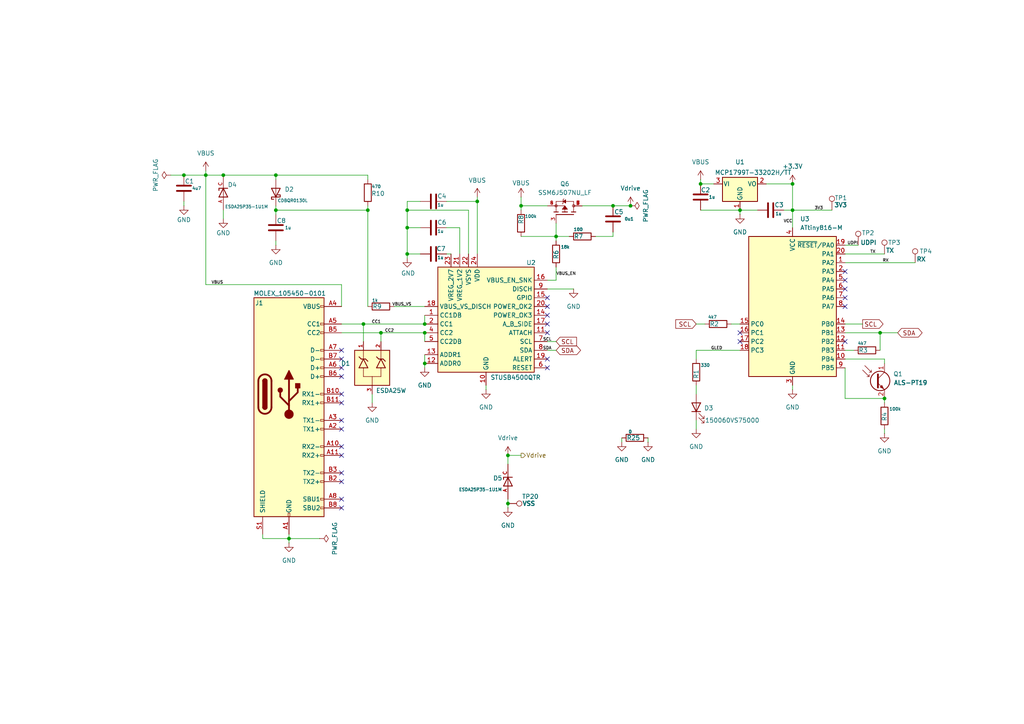
<source format=kicad_sch>
(kicad_sch (version 20231120) (generator "eeschema") (generator_version "8.0")
  (paper "A4")
  (lib_symbols
    (symbol "Connector:TestPoint" (pin_numbers hide) (pin_names (offset 0.762) hide)
      (property "Reference" "TP" (at 0 6.858 0))
      (property "Value" "TestPoint" (at 0 5.08 0))
      (symbol "TestPoint_0_1"
        (circle (center 0 3.302) (radius 0.762))
      )
      (symbol "TestPoint_1_1"
        (pin passive line (at 0 0 90) (length 2.54) (name "1") (number "1"))
      )
    )
    (symbol "Connector:USB_C_Receptacle" (pin_names (offset 1.016))
      (property "Reference" "J" (at -10.16 29.21 0))
      (property "Value" "USB_C_Receptacle" (at 10.16 29.21 0))
      (symbol "USB_C_Receptacle_0_0"
        (rectangle (start -0.254 -35.56) (end 0.254 -34.544))
        (rectangle (start 10.16 -32.766) (end 9.144 -33.274))
        (rectangle (start 10.16 -30.226) (end 9.144 -30.734))
        (rectangle (start 10.16 -25.146) (end 9.144 -25.654))
        (rectangle (start 10.16 -22.606) (end 9.144 -23.114))
        (rectangle (start 10.16 -17.526) (end 9.144 -18.034))
        (rectangle (start 10.16 -14.986) (end 9.144 -15.494))
        (rectangle (start 10.16 -9.906) (end 9.144 -10.414))
        (rectangle (start 10.16 -7.366) (end 9.144 -7.874))
        (rectangle (start 10.16 -2.286) (end 9.144 -2.794))
        (rectangle (start 10.16 0.254) (end 9.144 -0.254))
        (rectangle (start 10.16 5.334) (end 9.144 4.826))
        (rectangle (start 10.16 7.874) (end 9.144 7.366))
        (rectangle (start 10.16 10.414) (end 9.144 9.906))
        (rectangle (start 10.16 12.954) (end 9.144 12.446))
        (rectangle (start 10.16 18.034) (end 9.144 17.526))
        (rectangle (start 10.16 20.574) (end 9.144 20.066))
        (rectangle (start 10.16 25.654) (end 9.144 25.146))
      )
      (symbol "USB_C_Receptacle_0_1"
        (rectangle (start -10.16 27.94) (end 10.16 -35.56) (stroke (width 0.254)) (fill (type background)))
        (arc (start -8.89 -3.81) (mid -6.985 -5.7067) (end -5.08 -3.81) (stroke (width 0.508)))
        (arc (start -7.62 -3.81) (mid -6.985 -4.4423) (end -6.35 -3.81) (stroke (width 0.254)))
        (arc (start -7.62 -3.81) (mid -6.985 -4.4423) (end -6.35 -3.81) (stroke (width 0.254)) (fill (type outline)))
        (rectangle (start -7.62 -3.81) (end -6.35 3.81) (stroke (width 0.254)) (fill (type outline)))
        (arc (start -6.35 3.81) (mid -6.985 4.4423) (end -7.62 3.81) (stroke (width 0.254)))
        (arc (start -6.35 3.81) (mid -6.985 4.4423) (end -7.62 3.81) (stroke (width 0.254)) (fill (type outline)))
        (arc (start -5.08 3.81) (mid -6.985 5.7067) (end -8.89 3.81) (stroke (width 0.508)))
        (polyline (pts (xy -8.89 -3.81) (xy -8.89 3.81)) (stroke (width 0.508)))
        (polyline (pts (xy -5.08 3.81) (xy -5.08 -3.81)) (stroke (width 0.508)))
      )
      (symbol "USB_C_Receptacle_1_1"
        (circle (center -2.54 1.143) (radius 0.635) (stroke (width 0.254)) (fill (type outline)))
        (circle (center 0 -5.842) (radius 1.27) (fill (type outline)))
        (polyline (pts (xy 0 -5.842) (xy 0 4.318)) (stroke (width 0.508)))
        (polyline (pts (xy 0 -3.302) (xy -2.54 -0.762) (xy -2.54 0.508)) (stroke (width 0.508)))
        (polyline (pts (xy 0 -2.032) (xy 2.54 0.508) (xy 2.54 1.778)) (stroke (width 0.508)))
        (polyline (pts (xy -1.27 4.318) (xy 0 6.858) (xy 1.27 4.318) (xy -1.27 4.318)) (stroke (width 0.254)) (fill (type outline)))
        (rectangle (start 1.905 1.778) (end 3.175 3.048) (stroke (width 0.254)) (fill (type outline)))
        (pin passive line (at 0 -40.64 90) (length 5.08) (name "GND") (number "A1"))
        (pin bidirectional line (at 15.24 -15.24 180) (length 5.08) (name "RX2-") (number "A10"))
        (pin bidirectional line (at 15.24 -17.78 180) (length 5.08) (name "RX2+") (number "A11"))
        (pin passive line (at 0 -40.64 90) (length 5.08) hide (name "GND") (number "A12"))
        (pin bidirectional line (at 15.24 -10.16 180) (length 5.08) (name "TX1+") (number "A2"))
        (pin bidirectional line (at 15.24 -7.62 180) (length 5.08) (name "TX1-") (number "A3"))
        (pin passive line (at 15.24 25.4 180) (length 5.08) (name "VBUS") (number "A4"))
        (pin bidirectional line (at 15.24 20.32 180) (length 5.08) (name "CC1") (number "A5"))
        (pin bidirectional line (at 15.24 7.62 180) (length 5.08) (name "D+") (number "A6"))
        (pin bidirectional line (at 15.24 12.7 180) (length 5.08) (name "D-") (number "A7"))
        (pin bidirectional line (at 15.24 -30.48 180) (length 5.08) (name "SBU1") (number "A8"))
        (pin passive line (at 15.24 25.4 180) (length 5.08) hide (name "VBUS") (number "A9"))
        (pin passive line (at 0 -40.64 90) (length 5.08) hide (name "GND") (number "B1"))
        (pin bidirectional line (at 15.24 0 180) (length 5.08) (name "RX1-") (number "B10"))
        (pin bidirectional line (at 15.24 -2.54 180) (length 5.08) (name "RX1+") (number "B11"))
        (pin passive line (at 0 -40.64 90) (length 5.08) hide (name "GND") (number "B12"))
        (pin bidirectional line (at 15.24 -25.4 180) (length 5.08) (name "TX2+") (number "B2"))
        (pin bidirectional line (at 15.24 -22.86 180) (length 5.08) (name "TX2-") (number "B3"))
        (pin passive line (at 15.24 25.4 180) (length 5.08) hide (name "VBUS") (number "B4"))
        (pin bidirectional line (at 15.24 17.78 180) (length 5.08) (name "CC2") (number "B5"))
        (pin bidirectional line (at 15.24 5.08 180) (length 5.08) (name "D+") (number "B6"))
        (pin bidirectional line (at 15.24 10.16 180) (length 5.08) (name "D-") (number "B7"))
        (pin bidirectional line (at 15.24 -33.02 180) (length 5.08) (name "SBU2") (number "B8"))
        (pin passive line (at 15.24 25.4 180) (length 5.08) hide (name "VBUS") (number "B9"))
        (pin passive line (at -7.62 -40.64 90) (length 5.08) (name "SHIELD") (number "S1"))
      )
    )
    (symbol "Device:C" (pin_numbers hide) (pin_names (offset 0.254))
      (property "Reference" "C" (at 0.635 2.54 0))
      (property "Value" "C" (at 0.635 -2.54 0))
      (symbol "C_0_1"
        (polyline (pts (xy -2.032 -0.762) (xy 2.032 -0.762)) (stroke (width 0.508)))
        (polyline (pts (xy -2.032 0.762) (xy 2.032 0.762)) (stroke (width 0.508)))
      )
      (symbol "C_1_1"
        (pin passive line (at 0 3.81 270) (length 2.794) (name "~") (number "1"))
        (pin passive line (at 0 -3.81 90) (length 2.794) (name "~") (number "2"))
      )
    )
    (symbol "Device:D_Schottky" (pin_numbers hide) (pin_names (offset 1.016) hide)
      (property "Reference" "D" (at 0 2.54 0))
      (property "Value" "D_Schottky" (at 0 -2.54 0))
      (symbol "D_Schottky_0_1"
        (polyline (pts (xy 1.27 0) (xy -1.27 0)))
        (polyline (pts (xy 1.27 1.27) (xy 1.27 -1.27) (xy -1.27 0) (xy 1.27 1.27)) (stroke (width 0.254)))
        (polyline (pts (xy -1.905 0.635) (xy -1.905 1.27) (xy -1.27 1.27) (xy -1.27 -1.27) (xy -0.635 -1.27) (xy -0.635 -0.635)) (stroke (width 0.254)))
      )
      (symbol "D_Schottky_1_1"
        (pin passive line (at -3.81 0 0) (length 2.54) (name "K") (number "1"))
        (pin passive line (at 3.81 0 180) (length 2.54) (name "A") (number "2"))
      )
    )
    (symbol "Device:LED" (pin_numbers hide) (pin_names (offset 1.016) hide)
      (property "Reference" "D" (at 0 2.54 0))
      (property "Value" "LED" (at 0 -2.54 0))
      (symbol "LED_0_1"
        (polyline (pts (xy -1.27 -1.27) (xy -1.27 1.27)) (stroke (width 0.254)))
        (polyline (pts (xy -1.27 0) (xy 1.27 0)))
        (polyline (pts (xy 1.27 -1.27) (xy 1.27 1.27) (xy -1.27 0) (xy 1.27 -1.27)) (stroke (width 0.254)))
        (polyline (pts (xy -3.048 -0.762) (xy -4.572 -2.286) (xy -3.81 -2.286) (xy -4.572 -2.286) (xy -4.572 -1.524)))
        (polyline (pts (xy -1.778 -0.762) (xy -3.302 -2.286) (xy -2.54 -2.286) (xy -3.302 -2.286) (xy -3.302 -1.524)))
      )
      (symbol "LED_1_1"
        (pin passive line (at -3.81 0 0) (length 2.54) (name "K") (number "1"))
        (pin passive line (at 3.81 0 180) (length 2.54) (name "A") (number "2"))
      )
    )
    (symbol "Device:Q_Photo_NPN" (pin_names (offset 0) hide)
      (property "Reference" "Q" (at 5.08 1.27 0))
      (property "Value" "Q_Photo_NPN" (at 5.08 -1.27 0))
      (symbol "Q_Photo_NPN_0_1"
        (polyline (pts (xy -1.905 1.27) (xy -2.54 1.27)))
        (polyline (pts (xy -1.27 2.54) (xy -1.905 2.54)))
        (polyline (pts (xy 0.635 0.635) (xy 2.54 2.54)))
        (polyline (pts (xy -3.81 3.175) (xy -1.905 1.27) (xy -1.905 1.905)))
        (polyline (pts (xy -3.175 4.445) (xy -1.27 2.54) (xy -1.27 3.175)))
        (polyline (pts (xy 0.635 -0.635) (xy 2.54 -2.54) (xy 2.54 -2.54)))
        (polyline (pts (xy 0.635 1.905) (xy 0.635 -1.905) (xy 0.635 -1.905)) (stroke (width 0.508)))
        (polyline (pts (xy 1.27 -1.778) (xy 1.778 -1.27) (xy 2.286 -2.286) (xy 1.27 -1.778) (xy 1.27 -1.778)) (fill (type outline)))
        (circle (center 1.27 0) (radius 2.8194) (stroke (width 0.254)))
      )
      (symbol "Q_Photo_NPN_1_1"
        (pin passive line (at 2.54 5.08 270) (length 2.54) (name "C") (number "1"))
        (pin passive line (at 2.54 -5.08 90) (length 2.54) (name "E") (number "2"))
      )
    )
    (symbol "Device:R" (pin_numbers hide) (pin_names (offset 0))
      (property "Reference" "R" (at 2.032 0 90))
      (property "Value" "R" (at 0 0 90))
      (symbol "R_0_1"
        (rectangle (start -1.016 -2.54) (end 1.016 2.54) (stroke (width 0.254)))
      )
      (symbol "R_1_1"
        (pin passive line (at 0 3.81 270) (length 1.27) (name "~") (number "1"))
        (pin passive line (at 0 -3.81 90) (length 1.27) (name "~") (number "2"))
      )
    )
    (symbol "ESDA25P35:ESDA25P35-1U1M" (pin_names (offset 1.016))
      (property "Reference" "D" (at -5.0835 2.4159 0))
      (property "Value" "ESDA25P35-1U1M" (at -5.0854 -4.9611 0))
      (symbol "ESDA25P35-1U1M_0_0"
        (polyline (pts (xy -1.27 -1.27) (xy -1.27 0)) (stroke (width 0.254)))
        (polyline (pts (xy -1.27 0) (xy -1.27 1.27)) (stroke (width 0.254)))
        (polyline (pts (xy -1.27 0) (xy 1.27 -1.27)) (stroke (width 0.254)))
        (polyline (pts (xy -0.635 -1.27) (xy -1.27 -1.27)) (stroke (width 0.254)))
        (polyline (pts (xy 1.27 -1.27) (xy 1.27 1.27)) (stroke (width 0.254)))
        (polyline (pts (xy 1.27 1.27) (xy -1.27 0)) (stroke (width 0.254)))
        (pin passive line (at 5.08 0 180) (length 5.08) (name "~") (number "A"))
        (pin passive line (at -5.08 0 0) (length 5.08) (name "~") (number "C"))
      )
    )
    (symbol "ESDA25W:ESDA25W" (pin_names (offset 1.016))
      (property "Reference" "D" (at -5.08 6.35 0))
      (property "Value" "ESDA25W" (at -5.08 -6.35 0))
      (symbol "ESDA25W_0_0"
        (rectangle (start -5.08 -5.08) (end 5.08 5.08) (stroke (width 0.254)) (fill (type background)))
        (polyline (pts (xy -5.08 -2.54) (xy -2.54 -2.54)) (stroke (width 0.1524)))
        (polyline (pts (xy -5.08 2.54) (xy -2.54 2.54)) (stroke (width 0.1524)))
        (polyline (pts (xy -3.175 -1.27) (xy -2.54 -1.905)) (stroke (width 0.254)))
        (polyline (pts (xy -3.175 3.81) (xy -2.54 3.175)) (stroke (width 0.254)))
        (polyline (pts (xy -2.54 -3.175) (xy -1.905 -3.81)) (stroke (width 0.254)))
        (polyline (pts (xy -2.54 -2.54) (xy -2.54 -3.175)) (stroke (width 0.254)))
        (polyline (pts (xy -2.54 -2.54) (xy 0 -1.27)) (stroke (width 0.254)))
        (polyline (pts (xy -2.54 -1.905) (xy -2.54 -2.54)) (stroke (width 0.254)))
        (polyline (pts (xy -2.54 1.905) (xy -1.905 1.27)) (stroke (width 0.254)))
        (polyline (pts (xy -2.54 2.54) (xy -2.54 1.905)) (stroke (width 0.254)))
        (polyline (pts (xy -2.54 2.54) (xy 0 3.81)) (stroke (width 0.254)))
        (polyline (pts (xy -2.54 3.175) (xy -2.54 2.54)) (stroke (width 0.254)))
        (polyline (pts (xy 0 -3.81) (xy -2.54 -2.54)) (stroke (width 0.254)))
        (polyline (pts (xy 0 -2.54) (xy 0 -3.81)) (stroke (width 0.254)))
        (polyline (pts (xy 0 -1.27) (xy 0 -2.54)) (stroke (width 0.254)))
        (polyline (pts (xy 0 1.27) (xy -2.54 2.54)) (stroke (width 0.254)))
        (polyline (pts (xy 0 2.54) (xy 0 1.27)) (stroke (width 0.254)))
        (polyline (pts (xy 0 3.81) (xy 0 2.54)) (stroke (width 0.254)))
        (polyline (pts (xy 2.54 -2.54) (xy 0 -2.54)) (stroke (width 0.1524)))
        (polyline (pts (xy 2.54 -2.54) (xy 2.54 0)) (stroke (width 0.1524)))
        (polyline (pts (xy 2.54 0) (xy 2.54 2.54)) (stroke (width 0.1524)))
        (polyline (pts (xy 2.54 0) (xy 5.08 0)) (stroke (width 0.1524)))
        (polyline (pts (xy 2.54 2.54) (xy 0 2.54)) (stroke (width 0.1524)))
        (pin passive line (at -7.62 2.54 0) (length 2.54) (name "~") (number "1"))
        (pin passive line (at -7.62 -2.54 0) (length 2.54) (name "~") (number "2"))
        (pin passive line (at 7.62 0 180) (length 2.54) (name "~") (number "3"))
      )
    )
    (symbol "Interface_USB:STUSB4500QTR"
      (property "Reference" "U" (at -12.7 21.59 0))
      (property "Value" "STUSB4500QTR" (at 8.89 -21.59 0))
      (symbol "STUSB4500QTR_0_1"
        (rectangle (start -54.61 -2.54) (end -26.67 -33.02) (stroke (width 0.254)) (fill (type background)))
      )
      (symbol "STUSB4500QTR_1_1"
        (pin bidirectional line (at -58.42 -16.51 0) (length 3.81) (name "CC1DB") (number "1"))
        (pin power_in line (at -40.64 -36.83 90) (length 3.81) (name "GND") (number "10"))
        (pin open_collector line (at -22.86 -21.59 180) (length 3.81) (name "ATTACH") (number "11"))
        (pin input line (at -58.42 -30.48 0) (length 3.81) (name "ADDR0") (number "12"))
        (pin input line (at -58.42 -27.94 0) (length 3.81) (name "ADDR1") (number "13"))
        (pin open_collector line (at -22.86 -16.51 180) (length 3.81) (name "POWER_OK3") (number "14"))
        (pin open_collector line (at -22.86 -11.43 180) (length 3.81) (name "GPIO") (number "15"))
        (pin open_collector line (at -22.86 -6.35 180) (length 3.81) (name "VBUS_EN_SNK") (number "16"))
        (pin open_collector line (at -22.86 -19.05 180) (length 3.81) (name "A_B_SIDE") (number "17"))
        (pin input line (at -58.42 -13.97 0) (length 3.81) (name "VBUS_VS_DISCH") (number "18"))
        (pin open_collector line (at -22.86 -29.21 180) (length 3.81) (name "ALERT") (number "19"))
        (pin bidirectional line (at -58.42 -19.05 0) (length 3.81) (name "CC1") (number "2"))
        (pin open_collector line (at -22.86 -13.97 180) (length 3.81) (name "POWER_OK2") (number "20"))
        (pin power_out line (at -48.26 1.27 270) (length 3.81) (name "VREG_1V2") (number "21"))
        (pin power_in line (at -45.72 1.27 270) (length 3.81) (name "VSYS") (number "22"))
        (pin power_out line (at -50.8 1.27 270) (length 3.81) (name "VREG_2V7") (number "23"))
        (pin power_in line (at -43.18 1.27 270) (length 3.81) (name "VDD") (number "24"))
        (pin passive line (at -40.64 -36.83 90) (length 3.81) hide (name "GND") (number "25"))
        (pin no_connect line (at -53.34 -7.62 0) (length 2.54) hide (name "NC") (number "3"))
        (pin bidirectional line (at -58.42 -21.59 0) (length 3.81) (name "CC2") (number "4"))
        (pin bidirectional line (at -58.42 -24.13 0) (length 3.81) (name "CC2DB") (number "5"))
        (pin input line (at -22.86 -31.75 180) (length 3.81) (name "RESET") (number "6"))
        (pin input line (at -22.86 -24.13 180) (length 3.81) (name "SCL") (number "7"))
        (pin bidirectional line (at -22.86 -26.67 180) (length 3.81) (name "SDA") (number "8"))
        (pin bidirectional line (at -22.86 -8.89 180) (length 3.81) (name "DISCH") (number "9"))
      )
    )
    (symbol "MCU_Microchip_ATtiny:ATtiny816-M"
      (property "Reference" "U" (at -12.7 21.59 0))
      (property "Value" "ATtiny816-M" (at 2.54 -21.59 0))
      (symbol "ATtiny816-M_0_1"
        (rectangle (start -12.7 -20.32) (end 12.7 20.32) (stroke (width 0.254)) (fill (type background)))
      )
      (symbol "ATtiny816-M_1_1"
        (pin bidirectional line (at 15.24 12.7 180) (length 2.54) (name "PA2") (number "1"))
        (pin bidirectional line (at 15.24 -15.24 180) (length 2.54) (name "PB4") (number "10"))
        (pin bidirectional line (at 15.24 -12.7 180) (length 2.54) (name "PB3") (number "11"))
        (pin bidirectional line (at 15.24 -10.16 180) (length 2.54) (name "PB2") (number "12"))
        (pin bidirectional line (at 15.24 -7.62 180) (length 2.54) (name "PB1") (number "13"))
        (pin bidirectional line (at 15.24 -5.08 180) (length 2.54) (name "PB0") (number "14"))
        (pin bidirectional line (at -15.24 -5.08 0) (length 2.54) (name "PC0") (number "15"))
        (pin bidirectional line (at -15.24 -7.62 0) (length 2.54) (name "PC1") (number "16"))
        (pin bidirectional line (at -15.24 -10.16 0) (length 2.54) (name "PC2") (number "17"))
        (pin bidirectional line (at -15.24 -12.7 0) (length 2.54) (name "PC3") (number "18"))
        (pin bidirectional line (at 15.24 17.78 180) (length 2.54) (name "~{RESET}/PA0") (number "19"))
        (pin bidirectional line (at 15.24 10.16 180) (length 2.54) (name "PA3") (number "2"))
        (pin bidirectional line (at 15.24 15.24 180) (length 2.54) (name "PA1") (number "20"))
        (pin passive line (at 0 -22.86 90) (length 2.54) hide (name "GND") (number "21"))
        (pin power_in line (at 0 -22.86 90) (length 2.54) (name "GND") (number "3"))
        (pin power_in line (at 0 22.86 270) (length 2.54) (name "VCC") (number "4"))
        (pin bidirectional line (at 15.24 7.62 180) (length 2.54) (name "PA4") (number "5"))
        (pin bidirectional line (at 15.24 5.08 180) (length 2.54) (name "PA5") (number "6"))
        (pin bidirectional line (at 15.24 2.54 180) (length 2.54) (name "PA6") (number "7"))
        (pin bidirectional line (at 15.24 0 180) (length 2.54) (name "PA7") (number "8"))
        (pin bidirectional line (at 15.24 -17.78 180) (length 2.54) (name "PB5") (number "9"))
      )
    )
    (symbol "Regulator_Linear:MCP1799x-330xxTT" (pin_names (offset 0.254))
      (property "Reference" "U" (at -3.81 3.175 0))
      (property "Value" "MCP1799x-330xxTT" (at 0 3.175 0))
      (symbol "MCP1799x-330xxTT_0_1"
        (rectangle (start -5.08 1.905) (end 5.08 -5.08) (stroke (width 0.254)) (fill (type background)))
      )
      (symbol "MCP1799x-330xxTT_1_1"
        (pin power_in line (at 0 -7.62 90) (length 2.54) (name "GND") (number "1"))
        (pin power_out line (at 7.62 0 180) (length 2.54) (name "VO") (number "2"))
        (pin power_in line (at -7.62 0 0) (length 2.54) (name "VI") (number "3"))
      )
    )
    (symbol "SSM6J07NU_LF:SSM6J507NU_LF" (pin_names (offset 1.016))
      (property "Reference" "Q" (at -8.89 3.81 0))
      (property "Value" "SSM6J507NU_LF" (at -8.89 -6.35 0))
      (symbol "SSM6J507NU_LF_0_0"
        (polyline (pts (xy 0 -2.54) (xy 0 2.54)) (stroke (width 0.254)))
        (polyline (pts (xy 0.762 -3.175) (xy 0.762 -2.54)) (stroke (width 0.254)))
        (polyline (pts (xy 0.762 -2.54) (xy 0.762 -1.905)) (stroke (width 0.254)))
        (polyline (pts (xy 0.762 -2.54) (xy 3.81 -2.54)) (stroke (width 0.1524)))
        (polyline (pts (xy 0.762 -0.762) (xy 0.762 0)) (stroke (width 0.254)))
        (polyline (pts (xy 0.762 0) (xy 0.762 0.762)) (stroke (width 0.254)))
        (polyline (pts (xy 0.762 0) (xy 2.54 0)) (stroke (width 0.1524)))
        (polyline (pts (xy 0.762 1.905) (xy 0.762 2.54)) (stroke (width 0.254)))
        (polyline (pts (xy 0.762 2.54) (xy 0.762 3.175)) (stroke (width 0.254)))
        (polyline (pts (xy 2.54 0) (xy 2.54 2.54)) (stroke (width 0.1524)))
        (polyline (pts (xy 2.54 2.54) (xy 0.762 2.54)) (stroke (width 0.1524)))
        (polyline (pts (xy 2.54 2.54) (xy 3.81 2.54)) (stroke (width 0.1524)))
        (polyline (pts (xy 3.048 0.762) (xy 3.302 0.508)) (stroke (width 0.1524)))
        (polyline (pts (xy 3.302 0.508) (xy 3.81 0.508)) (stroke (width 0.1524)))
        (polyline (pts (xy 3.81 -2.54) (xy 3.81 0.508)) (stroke (width 0.1524)))
        (polyline (pts (xy 3.81 0.508) (xy 3.81 2.54)) (stroke (width 0.1524)))
        (polyline (pts (xy 3.81 0.508) (xy 4.318 0.508)) (stroke (width 0.1524)))
        (polyline (pts (xy 4.318 0.508) (xy 4.572 0.254)) (stroke (width 0.1524)))
        (polyline (pts (xy 2.54 0) (xy 1.524 0.762) (xy 1.524 -0.762) (xy 2.54 0)) (stroke (width 0.1524)) (fill (type outline)))
        (polyline (pts (xy 3.81 0.508) (xy 4.318 -0.254) (xy 3.302 -0.254) (xy 3.81 0.508)) (stroke (width 0.1524)) (fill (type outline)))
        (circle (center 2.54 -2.54) (radius 0.3592))
        (circle (center 2.54 2.54) (radius 0.3592))
        (pin passive line (at 2.54 -5.08 90) (length 2.54) (name "~") (number "1"))
        (pin passive line (at 2.54 -5.08 90) (length 2.54) (name "~") (number "2"))
        (pin passive line (at -2.54 2.54 0) (length 2.54) (name "~") (number "3"))
        (pin passive line (at 2.54 5.08 270) (length 2.54) (name "~") (number "4"))
        (pin passive line (at 2.54 -5.08 90) (length 2.54) (name "~") (number "5"))
        (pin passive line (at 2.54 -5.08 90) (length 2.54) (name "~") (number "6"))
        (pin passive line (at 2.54 -5.08 90) (length 2.54) (name "~") (number "7"))
        (pin passive line (at 2.54 5.08 270) (length 2.54) (name "~") (number "8"))
      )
    )
    (symbol "power:+3.3V" (power) (pin_numbers hide) (pin_names (offset 0) hide)
      (property "Value" "+3.3V" (at 0 3.556 0))
      (symbol "+3.3V_0_1"
        (polyline (pts (xy -0.762 1.27) (xy 0 2.54)))
        (polyline (pts (xy 0 0) (xy 0 2.54)))
        (polyline (pts (xy 0 2.54) (xy 0.762 1.27)))
      )
      (symbol "+3.3V_1_1"
        (pin power_in line (at 0 0 90) (length 0) (name "~") (number "1"))
      )
    )
    (symbol "power:GND" (power) (pin_numbers hide) (pin_names (offset 0) hide)
      (property "Value" "GND" (at 0 -3.81 0))
      (symbol "GND_0_1"
        (polyline (pts (xy 0 0) (xy 0 -1.27) (xy 1.27 -1.27) (xy 0 -2.54) (xy -1.27 -1.27) (xy 0 -1.27)))
      )
      (symbol "GND_1_1"
        (pin power_in line (at 0 0 270) (length 0) (name "~") (number "1"))
      )
    )
    (symbol "power:PWR_FLAG" (power) (pin_numbers hide) (pin_names (offset 0) hide)
      (property "Value" "PWR_FLAG" (at 0 3.81 0))
      (symbol "PWR_FLAG_0_0"
        (pin power_out line (at 0 0 90) (length 0) (name "~") (number "1"))
      )
      (symbol "PWR_FLAG_0_1"
        (polyline (pts (xy 0 0) (xy 0 1.27) (xy -1.016 1.905) (xy 0 2.54) (xy 1.016 1.905) (xy 0 1.27)))
      )
    )
    (symbol "power:VBUS" (power) (pin_numbers hide) (pin_names (offset 0) hide)
      (property "Value" "VBUS" (at 0 3.556 0))
      (symbol "VBUS_0_1"
        (polyline (pts (xy -0.762 1.27) (xy 0 2.54)))
        (polyline (pts (xy 0 0) (xy 0 2.54)))
        (polyline (pts (xy 0 2.54) (xy 0.762 1.27)))
      )
      (symbol "VBUS_1_1"
        (pin power_in line (at 0 0 90) (length 0) (name "~") (number "1"))
      )
    )
    (symbol "power:Vdrive" (power) (pin_numbers hide) (pin_names (offset 0) hide)
      (property "Value" "Vdrive" (at 0 3.556 0))
      (symbol "Vdrive_0_1"
        (polyline (pts (xy -0.762 1.27) (xy 0 2.54)))
        (polyline (pts (xy 0 0) (xy 0 2.54)))
        (polyline (pts (xy 0 2.54) (xy 0.762 1.27)))
      )
      (symbol "Vdrive_1_1"
        (pin power_in line (at 0 0 90) (length 0) (name "~") (number "1"))
      )
    )
  )
  (junction (at 147.32 146.05))
  (junction (at 151.13 59.69))
  (junction (at 118.11 73.66))
  (junction (at 80.01 60.96))
  (junction (at 110.49 96.52))
  (junction (at 53.34 50.8))
  (junction (at 255.27 96.52))
  (junction (at 105.41 93.98))
  (junction (at 118.11 60.96))
  (junction (at 106.68 60.96))
  (junction (at 59.69 50.8))
  (junction (at 214.63 60.96))
  (junction (at 80.01 50.8))
  (junction (at 256.54 115.57))
  (junction (at 182.88 59.69))
  (junction (at 203.2 53.34))
  (junction (at 161.29 68.58))
  (junction (at 123.19 93.98))
  (junction (at 147.32 132.08))
  (junction (at 118.11 66.04))
  (junction (at 229.87 60.96))
  (junction (at 83.82 156.21))
  (junction (at 138.43 58.42))
  (junction (at 123.19 96.52))
  (junction (at 123.19 105.41))
  (junction (at 229.87 53.34))
  (junction (at 177.8 59.69))
  (junction (at 64.77 50.8))
  (no_connect (at 245.11 83.82))
  (no_connect (at 158.75 86.36))
  (no_connect (at 99.06 132.08))
  (no_connect (at 99.06 116.84))
  (no_connect (at 214.63 96.52))
  (no_connect (at 99.06 109.22))
  (no_connect (at 158.75 93.98))
  (no_connect (at 158.75 106.68))
  (no_connect (at 99.06 139.7))
  (no_connect (at 99.06 104.14))
  (no_connect (at 245.11 86.36))
  (no_connect (at 99.06 121.92))
  (no_connect (at 245.11 78.74))
  (no_connect (at 245.11 99.06))
  (no_connect (at 214.63 99.06))
  (no_connect (at 99.06 114.3))
  (no_connect (at 99.06 129.54))
  (no_connect (at 158.75 104.14))
  (no_connect (at 99.06 137.16))
  (no_connect (at 99.06 101.6))
  (no_connect (at 158.75 88.9))
  (no_connect (at 245.11 81.28))
  (no_connect (at 99.06 124.46))
  (no_connect (at 158.75 91.44))
  (no_connect (at 158.75 96.52))
  (no_connect (at 99.06 147.32))
  (no_connect (at 99.06 144.78))
  (no_connect (at 245.11 88.9))
  (no_connect (at 99.06 106.68))
  (wire (pts (xy 106.68 52.07) (xy 106.68 50.8)))
  (wire (pts (xy 123.19 91.44) (xy 123.19 93.98)))
  (wire (pts (xy 161.29 68.58) (xy 165.1 68.58)))
  (wire (pts (xy 203.2 52.07) (xy 203.2 53.34)))
  (wire (pts (xy 49.53 50.8) (xy 53.34 50.8)))
  (wire (pts (xy 151.13 59.69) (xy 151.13 60.96)))
  (wire (pts (xy 201.93 101.6) (xy 201.93 104.14)))
  (wire (pts (xy 99.06 96.52) (xy 110.49 96.52)))
  (wire (pts (xy 161.29 64.77) (xy 161.29 68.58)))
  (wire (pts (xy 168.91 59.69) (xy 177.8 59.69)))
  (wire (pts (xy 245.11 101.6) (xy 247.65 101.6)))
  (wire (pts (xy 245.11 73.66) (xy 256.54 73.66)))
  (wire (pts (xy 105.41 93.98) (xy 123.19 93.98)))
  (wire (pts (xy 158.75 99.06) (xy 161.29 99.06)))
  (wire (pts (xy 158.75 101.6) (xy 161.29 101.6)))
  (wire (pts (xy 123.19 96.52) (xy 123.19 99.06)))
  (wire (pts (xy 214.63 101.6) (xy 201.93 101.6)))
  (wire (pts (xy 118.11 58.42) (xy 118.11 60.96)))
  (wire (pts (xy 161.29 77.47) (xy 161.29 81.28)))
  (wire (pts (xy 212.09 93.98) (xy 214.63 93.98)))
  (wire (pts (xy 118.11 73.66) (xy 121.92 73.66)))
  (wire (pts (xy 110.49 96.52) (xy 123.19 96.52)))
  (wire (pts (xy 114.3 88.9) (xy 123.19 88.9)))
  (wire (pts (xy 161.29 81.28) (xy 158.75 81.28)))
  (wire (pts (xy 133.35 73.66) (xy 133.35 66.04)))
  (wire (pts (xy 118.11 60.96) (xy 118.11 66.04)))
  (wire (pts (xy 245.11 104.14) (xy 256.54 104.14)))
  (wire (pts (xy 80.01 50.8) (xy 106.68 50.8)))
  (wire (pts (xy 172.72 68.58) (xy 177.8 68.58)))
  (wire (pts (xy 105.41 93.98) (xy 105.41 99.06)))
  (wire (pts (xy 118.11 58.42) (xy 121.92 58.42)))
  (wire (pts (xy 76.2 154.94) (xy 76.2 156.21)))
  (wire (pts (xy 147.32 132.08) (xy 151.13 132.08)))
  (wire (pts (xy 256.54 104.14) (xy 256.54 105.41)))
  (wire (pts (xy 229.87 113.03) (xy 229.87 111.76)))
  (wire (pts (xy 201.93 124.46) (xy 201.93 121.92)))
  (wire (pts (xy 245.11 96.52) (xy 255.27 96.52)))
  (wire (pts (xy 177.8 68.58) (xy 177.8 67.31)))
  (wire (pts (xy 229.87 66.04) (xy 229.87 60.96)))
  (wire (pts (xy 83.82 156.21) (xy 83.82 157.48)))
  (wire (pts (xy 147.32 146.05) (xy 147.32 147.32)))
  (wire (pts (xy 161.29 68.58) (xy 161.29 69.85)))
  (wire (pts (xy 245.11 76.2) (xy 265.43 76.2)))
  (wire (pts (xy 227.33 60.96) (xy 229.87 60.96)))
  (wire (pts (xy 187.96 127) (xy 187.96 128.27)))
  (wire (pts (xy 80.01 50.8) (xy 64.77 50.8)))
  (wire (pts (xy 80.01 62.23) (xy 80.01 60.96)))
  (wire (pts (xy 92.71 156.21) (xy 83.82 156.21)))
  (wire (pts (xy 147.32 132.08) (xy 147.32 134.62)))
  (wire (pts (xy 59.69 50.8) (xy 64.77 50.8)))
  (wire (pts (xy 201.93 93.98) (xy 204.47 93.98)))
  (wire (pts (xy 245.11 93.98) (xy 250.19 93.98)))
  (wire (pts (xy 53.34 50.8) (xy 59.69 50.8)))
  (wire (pts (xy 158.75 83.82) (xy 166.37 83.82)))
  (wire (pts (xy 133.35 66.04) (xy 129.54 66.04)))
  (wire (pts (xy 83.82 154.94) (xy 83.82 156.21)))
  (wire (pts (xy 177.8 59.69) (xy 182.88 59.69)))
  (wire (pts (xy 80.01 59.69) (xy 80.01 60.96)))
  (wire (pts (xy 135.89 73.66) (xy 135.89 60.96)))
  (wire (pts (xy 203.2 60.96) (xy 214.63 60.96)))
  (wire (pts (xy 147.32 144.78) (xy 147.32 146.05)))
  (wire (pts (xy 222.25 53.34) (xy 229.87 53.34)))
  (wire (pts (xy 99.06 88.9) (xy 99.06 82.55)))
  (wire (pts (xy 118.11 74.93) (xy 118.11 73.66)))
  (wire (pts (xy 64.77 63.5) (xy 64.77 60.96)))
  (wire (pts (xy 214.63 60.96) (xy 219.71 60.96)))
  (wire (pts (xy 118.11 66.04) (xy 118.11 73.66)))
  (wire (pts (xy 59.69 82.55) (xy 59.69 50.8)))
  (wire (pts (xy 245.11 115.57) (xy 256.54 115.57)))
  (wire (pts (xy 203.2 53.34) (xy 207.01 53.34)))
  (wire (pts (xy 214.63 62.23) (xy 214.63 60.96)))
  (wire (pts (xy 151.13 57.15) (xy 151.13 59.69)))
  (wire (pts (xy 123.19 102.87) (xy 123.19 105.41)))
  (wire (pts (xy 138.43 58.42) (xy 138.43 73.66)))
  (wire (pts (xy 105.41 93.98) (xy 99.06 93.98)))
  (wire (pts (xy 118.11 66.04) (xy 121.92 66.04)))
  (wire (pts (xy 151.13 68.58) (xy 161.29 68.58)))
  (wire (pts (xy 201.93 111.76) (xy 201.93 114.3)))
  (wire (pts (xy 255.27 96.52) (xy 255.27 101.6)))
  (wire (pts (xy 80.01 71.12) (xy 80.01 69.85)))
  (wire (pts (xy 255.27 96.52) (xy 260.35 96.52)))
  (wire (pts (xy 138.43 57.15) (xy 138.43 58.42)))
  (wire (pts (xy 106.68 60.96) (xy 106.68 88.9)))
  (wire (pts (xy 245.11 106.68) (xy 245.11 115.57)))
  (wire (pts (xy 110.49 96.52) (xy 110.49 99.06)))
  (wire (pts (xy 140.97 111.76) (xy 140.97 113.03)))
  (wire (pts (xy 106.68 60.96) (xy 80.01 60.96)))
  (wire (pts (xy 76.2 156.21) (xy 83.82 156.21)))
  (wire (pts (xy 80.01 52.07) (xy 80.01 50.8)))
  (wire (pts (xy 245.11 71.12) (xy 248.92 71.12)))
  (wire (pts (xy 158.75 59.69) (xy 151.13 59.69)))
  (wire (pts (xy 123.19 105.41) (xy 123.19 106.68)))
  (wire (pts (xy 229.87 60.96) (xy 241.3 60.96)))
  (wire (pts (xy 99.06 82.55) (xy 59.69 82.55)))
  (wire (pts (xy 256.54 116.84) (xy 256.54 115.57)))
  (wire (pts (xy 129.54 58.42) (xy 138.43 58.42)))
  (wire (pts (xy 118.11 60.96) (xy 135.89 60.96)))
  (wire (pts (xy 59.69 50.8) (xy 59.69 49.53)))
  (wire (pts (xy 180.34 127) (xy 180.34 128.27)))
  (wire (pts (xy 106.68 59.69) (xy 106.68 60.96)))
  (wire (pts (xy 107.95 116.84) (xy 107.95 114.3)))
  (wire (pts (xy 229.87 53.34) (xy 229.87 60.96)))
  (wire (pts (xy 256.54 125.73) (xy 256.54 124.46)))
  (wire (pts (xy 129.54 73.66) (xy 130.81 73.66)))
  (wire (pts (xy 53.34 59.69) (xy 53.34 58.42)))
  (label "GLED" (at 209.55 101.6 180) (effects (font (size 0.85 0.85))))
  (label "TX" (at 254 73.66 180) (effects (font (size 0.85 0.85))))
  (label "CC1" (at 110.49 93.98 180) (effects (font (size 0.85 0.85))))
  (label "SDA" (at 160.02 101.6 180) (effects (font (size 0.85 0.85))))
  (label "CC2" (at 114.3 96.52 180) (effects (font (size 0.85 0.85))))
  (label "3V3" (at 238.76 60.96 180) (effects (font (size 0.85 0.85))))
  (label "RX" (at 257.81 76.2 180) (effects (font (size 0.85 0.85))))
  (label "VCC" (at 229.87 64.77 180) (effects (font (size 0.85 0.85))))
  (label "VBUS_EN" (at 161.29 80.01 0) (effects (font (size 0.85 0.85))))
  (label "UDPI" (at 248.92 71.12 180) (effects (font (size 0.85 0.85))))
  (label "SCL" (at 160.02 99.06 180) (effects (font (size 0.85 0.85))))
  (label "VBUS" (at 64.77 82.55 180) (effects (font (size 0.85 0.85))))
  (label "VBUS_VS" (at 119.38 88.9 180) (effects (font (size 0.85 0.85))))
  (global_label "SDA" (shape bidirectional) (at 260.35 96.52 0) (property "Intersheetrefs" "${INTERSHEET_REFS}" (effects (hide yes))))
  (global_label "SCL" (shape input) (at 161.29 99.06 0) (property "Intersheetrefs" "${INTERSHEET_REFS}" (effects (hide yes))))
  (global_label "SCL" (shape input) (at 201.93 93.98 180) (property "Intersheetrefs" "${INTERSHEET_REFS}" (effects (hide yes))))
  (global_label "SDA" (shape bidirectional) (at 161.29 101.6 0) (property "Intersheetrefs" "${INTERSHEET_REFS}" (effects (hide yes))))
  (global_label "SCL" (shape output) (at 250.19 93.98 0) (property "Intersheetrefs" "${INTERSHEET_REFS}" (effects (hide yes))))
  (hierarchical_label "Vdrive" (shape output) (at 151.13 132.08 0))
  (symbol (lib_id "Device:C") (at 177.8 63.5 180) (unit 1)
    (property "Reference" "C5" (at 180.848 61.468 0) (effects (justify left)))
    (property "Value" "0u1" (at 183.896 63.5 0) (effects (font (size 0.889 0.889) (bold yes)) (justify left)))
    (property "Footprint" "Capacitor_SMD:C_0402_1005Metric" (effects (hide yes)))
    (property "Description" "Unpolarized capacitor" (effects (hide yes)))
  )
  (symbol (lib_id "Device:R") (at 201.93 107.95 180) (unit 1)
    (property "Reference" "R1" (at 201.93 107.188 90) (effects (justify left)))
    (property "Value" "330" (at 205.994 105.918 0) (effects (font (size 0.889 0.889) (bold yes)) (justify left)))
    (property "Footprint" "Resistor_SMD:R_0603_1608Metric" (effects (hide yes)))
    (property "Description" "Resistor" (effects (hide yes)))
  )
  (symbol (lib_id "ESDA25P35:ESDA25P35-1U1M") (at 147.32 139.7 270) (unit 1)
    (property "Reference" "D5" (at 143.002 138.684 90) (effects (justify left)))
    (property "Value" "ESDA25P35-1U1M" (at 133.096 141.986 90) (effects (font (size 0.889 0.889)) (justify left)))
    (property "Footprint" "ESDAP25:TVS_ESDA25P35-1U1M" (effects (hide yes)))
    (property "MF" "STMicroelectronics" (effects (hide yes)))
    (property "MAXIMUM_PACKAGE_HEIGHT" "0.6 mm" (effects (hide yes)))
    (property "Package" "UDFN-2 STMicroelectronics" (effects (hide yes)))
    (property "Price" "None" (effects (hide yes)))
    (property "Check_prices" "https://www.snapeda.com/parts/ESDA25P35-1U1M/STMicroelectronics/view-part/?ref=eda" (effects (hide yes)))
    (property "STANDARD" "Manufacturer Recommendations" (effects (hide yes)))
    (property "PARTREV" "2" (effects (hide yes)))
    (property "SnapEDA_Link" "https://www.snapeda.com/parts/ESDA25P35-1U1M/STMicroelectronics/view-part/?ref=snap" (effects (hide yes)))
    (property "MP" "ESDA25P35-1U1M" (effects (hide yes)))
    (property "Purchase-URL" "https://www.snapeda.com/api/url_track_click_mouser/?unipart_id=829806&manufacturer=STMicroelectronics&part_name=ESDA25P35-1U1M&search_term=None" (effects (hide yes)))
    (property "Description_1" "\n41V Clamp 35A (8/20µs) Ipp Tvs Diode Surface Mount 1610\n" (effects (hide yes)))
    (property "Availability" "In Stock" (effects (hide yes)))
    (property "MANUFACTURER" "STMicroelectronics" (effects (hide yes)))
  )
  (symbol (lib_id "Device:R") (at 161.29 73.66 0) (unit 1)
    (property "Reference" "R6" (at 161.29 75.184 90) (effects (justify left)))
    (property "Value" "18k" (at 162.56 71.628 0) (effects (font (size 0.889 0.889) (bold yes)) (justify left)))
    (property "Footprint" "Resistor_SMD:R_0402_1005Metric" (effects (hide yes)))
    (property "Description" "Resistor" (effects (hide yes)))
  )
  (symbol (lib_id "ESDA25W:ESDA25W") (at 107.95 106.68 90) (mirror x) (unit 1)
    (property "Reference" "D1" (at 101.6 105.4099 90) (effects (justify left)))
    (property "Value" "ESDA25W" (at 117.856 113.284 90) (effects (justify left)))
    (property "Footprint" "ESDA25W:SOT65P210X110-3N" (effects (hide yes)))
    (property "Description" "\n- Clamp - Ipp Tvs Diode Surface Mount SOT-323-5\n" (effects (hide yes)))
    (property "MF" "STMicroelectronics" (effects (hide yes)))
    (property "MAXIMUM_PACKAGE_HEIGHT" "1.1 mm" (effects (hide yes)))
    (property "Package" "SOT-323 STMicroelectronics" (effects (hide yes)))
    (property "Price" "None" (effects (hide yes)))
    (property "Check_prices" "https://www.snapeda.com/parts/ESDA25W/STMicroelectronics/view-part/?ref=eda" (effects (hide yes)))
    (property "STANDARD" "IPC 7351B" (effects (hide yes)))
    (property "PARTREV" "2" (effects (hide yes)))
    (property "SnapEDA_Link" "https://www.snapeda.com/parts/ESDA25W/STMicroelectronics/view-part/?ref=snap" (effects (hide yes)))
    (property "MP" "ESDA25W" (effects (hide yes)))
    (property "Purchase-URL" "https://www.snapeda.com/api/url_track_click_mouser/?unipart_id=274587&manufacturer=STMicroelectronics&part_name=ESDA25W&search_term=None" (effects (hide yes)))
    (property "Availability" "In Stock" (effects (hide yes)))
    (property "MANUFACTURER" "STMicroelectronics" (effects (hide yes)))
  )
  (symbol (lib_id "power:GND") (at 80.01 71.12 0) (unit 1)
    (property "Reference" "#PWR018" (effects (hide yes)))
    (property "Value" "GND" (at 80.01 76.2 0))
    (property "Description" "Power symbol creates a global label with name \"GND\" , ground" (effects (hide yes)))
  )
  (symbol (lib_id "power:GND") (at 64.77 63.5 0) (unit 1)
    (property "Reference" "#PWR017" (effects (hide yes)))
    (property "Value" "GND" (at 64.77 67.564 0))
    (property "Description" "Power symbol creates a global label with name \"GND\" , ground" (effects (hide yes)))
  )
  (symbol (lib_id "power:Vdrive") (at 182.88 59.69 0) (unit 1)
    (property "Reference" "#PWR010" (effects (hide yes)))
    (property "Value" "Vdrive" (at 182.88 54.61 0))
    (property "Description" "Power symbol creates a global label with name \"Vdrive\"" (effects (hide yes)))
  )
  (symbol (lib_id "Device:LED") (at 201.93 118.11 90) (unit 1)
    (property "Reference" "D3" (at 204.216 118.364 90) (effects (justify right)))
    (property "Value" "150060VS75000" (at 204.47 121.92 90) (effects (justify right)))
    (property "Footprint" "LED_SMD:LED_0603_1608Metric" (effects (hide yes)))
    (property "Description" "Light emitting diode" (effects (hide yes)))
  )
  (symbol (lib_id "power:PWR_FLAG") (at 182.88 59.69 270) (unit 1)
    (property "Reference" "#FLG03" (effects (hide yes)))
    (property "Value" "PWR_FLAG" (at 187.2742 59.69 0))
  )
  (symbol (lib_id "power:GND") (at 147.32 147.32 0) (unit 1)
    (property "Reference" "#PWR021" (effects (hide yes)))
    (property "Value" "GND" (at 147.32 152.4 0))
    (property "Description" "Power symbol creates a global label with name \"GND\" , ground" (effects (hide yes)))
  )
  (symbol (lib_id "Connector:TestPoint") (at 147.32 146.05 270) (unit 1)
    (property "Reference" "TP20" (at 151.384 144.018 90) (effects (justify left)))
    (property "Value" "VSS" (at 151.384 146.05 90) (effects (font (bold yes)) (justify left)))
    (property "Footprint" "Connector_PinHeader_1.00mm:PinHeader_1x01_P1.00mm_Vertical" (effects (hide yes)))
    (property "Description" "test point" (effects (hide yes)))
  )
  (symbol (lib_id "Device:R") (at 256.54 120.65 0) (unit 1)
    (property "Reference" "R4" (at 256.54 122.174 90) (effects (justify left)))
    (property "Value" "100k" (at 257.81 118.618 0) (effects (font (size 0.889 0.889) (bold yes)) (justify left)))
    (property "Footprint" "Resistor_SMD:R_0402_1005Metric" (effects (hide yes)))
    (property "Description" "Resistor" (effects (hide yes)))
  )
  (symbol (lib_id "power:GND") (at 256.54 125.73 0) (unit 1)
    (property "Reference" "#PWR08" (effects (hide yes)))
    (property "Value" "GND" (at 256.54 130.81 0))
    (property "Description" "Power symbol creates a global label with name \"GND\" , ground" (effects (hide yes)))
  )
  (symbol (lib_id "power:GND") (at 180.34 128.27 0) (unit 1)
    (property "Reference" "#PWR030" (effects (hide yes)))
    (property "Value" "GND" (at 180.34 133.35 0))
    (property "Description" "Power symbol creates a global label with name \"GND\" , ground" (effects (hide yes)))
  )
  (symbol (lib_id "Device:R") (at 106.68 55.88 0) (unit 1)
    (property "Reference" "R10" (at 107.696 56.134 0) (effects (justify left)))
    (property "Value" "470" (at 107.696 54.102 0) (effects (font (size 0.889 0.889) (bold yes)) (justify left)))
    (property "Footprint" "Resistor_SMD:R_0402_1005Metric" (effects (hide yes)))
    (property "Description" "Resistor" (effects (hide yes)))
  )
  (symbol (lib_id "Interface_USB:STUSB4500QTR") (at 181.61 74.93 0) (unit 1)
    (property "Reference" "U2" (at 152.654 76.2 0) (effects (justify left)))
    (property "Value" "STUSB4500QTR" (at 142.24 109.474 0) (effects (justify left)))
    (property "Footprint" "Package_DFN_QFN:QFN-24-1EP_4x4mm_P0.5mm_EP2.7x2.7mm" (effects (hide yes)))
    (property "Datasheet" "https://www.st.com/resource/en/datasheet/stusb4500.pdf" (effects (hide yes)))
    (property "Description" "Stand-alone USB PD controller (with sink Auto-run mode), QFN-24" (effects (hide yes)))
  )
  (symbol (lib_id "power:GND") (at 214.63 62.23 0) (unit 1)
    (property "Reference" "#PWR05" (effects (hide yes)))
    (property "Value" "GND" (at 214.63 67.31 0))
    (property "Description" "Power symbol creates a global label with name \"GND\" , ground" (effects (hide yes)))
  )
  (symbol (lib_id "power:VBUS") (at 59.69 49.53 0) (unit 1)
    (property "Reference" "#PWR02" (effects (hide yes)))
    (property "Value" "VBUS" (at 59.69 44.45 0))
    (property "Description" "Power symbol creates a global label with name \"VBUS\"" (effects (hide yes)))
  )
  (symbol (lib_id "Connector:USB_C_Receptacle") (at 83.82 114.3 0) (unit 1)
    (property "Reference" "J1" (at 75.184 87.884 0))
    (property "Value" "MOLEX_105450-0101" (at 84.074 85.09 0))
    (property "Footprint" "Connector_USB:USB_C_Receptacle_Molex_105450-0101" (effects (hide yes)))
    (property "Datasheet" "https://www.usb.org/sites/default/files/documents/usb_type-c.zip" (effects (hide yes)))
  )
  (symbol (lib_id "power:Vdrive") (at 147.32 132.08 0) (unit 1)
    (property "Reference" "#PWR020" (effects (hide yes)))
    (property "Value" "Vdrive" (at 147.32 127 0))
    (property "Description" "Power symbol creates a global label with name \"Vdrive\"" (effects (hide yes)))
  )
  (symbol (lib_id "power:VBUS") (at 203.2 52.07 0) (unit 1)
    (property "Reference" "#PWR04" (effects (hide yes)))
    (property "Value" "VBUS" (at 203.2 46.99 0))
    (property "Description" "Power symbol creates a global label with name \"VBUS\"" (effects (hide yes)))
  )
  (symbol (lib_id "power:GND") (at 123.19 106.68 0) (unit 1)
    (property "Reference" "#PWR013" (effects (hide yes)))
    (property "Value" "GND" (at 123.19 111.76 0))
    (property "Description" "Power symbol creates a global label with name \"GND\" , ground" (effects (hide yes)))
  )
  (symbol (lib_id "Device:C") (at 125.73 58.42 90) (unit 1)
    (property "Reference" "C4" (at 129.54 56.896 90) (effects (justify left)))
    (property "Value" "1u" (at 128.778 59.436 90) (effects (font (size 0.889 0.889) (bold yes)) (justify left)))
    (property "Footprint" "Capacitor_SMD:C_0402_1005Metric" (effects (hide yes)))
    (property "Description" "Unpolarized capacitor" (effects (hide yes)))
  )
  (symbol (lib_id "MCU_Microchip_ATtiny:ATtiny816-M") (at 229.87 88.9 0) (unit 1)
    (property "Reference" "U3" (at 232.0641 63.5 0) (effects (justify left)))
    (property "Value" "ATtiny816-M" (at 232.0641 66.04 0) (effects (justify left)))
    (property "Footprint" "Package_DFN_QFN:VQFN-20-1EP_3x3mm_P0.4mm_EP1.7x1.7mm" (effects (hide yes)))
    (property "Datasheet" "http://ww1.microchip.com/downloads/en/DeviceDoc/40001913A.pdf" (effects (hide yes)))
  )
  (symbol (lib_id "Device:Q_Photo_NPN") (at 254 110.49 0) (unit 1)
    (property "Reference" "Q1" (at 259.08 108.4706 0) (effects (justify left)))
    (property "Value" "ALS-PT19" (at 259.08 111.0107 0) (effects (font (bold yes)) (justify left)))
    (property "Footprint" "LED_SMD:LED_0603_1608Metric" (effects (hide yes)))
    (property "Description" "NPN phototransistor, collector/emitter" (effects (hide yes)))
  )
  (symbol (lib_id "Connector:TestPoint") (at 265.43 76.2 0) (unit 1) (in_bom no)
    (property "Reference" "TP4" (at 266.7 72.898 0) (effects (justify left)))
    (property "Value" "RX" (at 265.684 75.184 0) (effects (font (bold yes)) (justify left)))
    (property "Footprint" "Tested:test" (effects (hide yes)))
    (property "Description" "test point" (effects (hide yes)))
  )
  (symbol (lib_id "power:GND") (at 166.37 83.82 0) (unit 1)
    (property "Reference" "#PWR012" (effects (hide yes)))
    (property "Value" "GND" (at 166.37 88.9 0))
    (property "Description" "Power symbol creates a global label with name \"GND\" , ground" (effects (hide yes)))
  )
  (symbol (lib_id "Device:R") (at 168.91 68.58 90) (unit 1)
    (property "Reference" "R7" (at 169.164 68.58 90) (effects (justify left)))
    (property "Value" "100" (at 169.164 66.548 90) (effects (font (size 0.889 0.889) (bold yes)) (justify left)))
    (property "Footprint" "Resistor_SMD:R_0402_1005Metric" (effects (hide yes)))
    (property "Description" "Resistor" (effects (hide yes)))
  )
  (symbol (lib_id "Device:R") (at 110.49 88.9 90) (unit 1)
    (property "Reference" "R9" (at 110.744 88.9 90) (effects (justify left)))
    (property "Value" "1k" (at 109.728 87.122 90) (effects (font (size 0.889 0.889) (bold yes)) (justify left)))
    (property "Footprint" "Resistor_SMD:R_0402_1005Metric" (effects (hide yes)))
    (property "Description" "Resistor" (effects (hide yes)))
  )
  (symbol (lib_id "Regulator_Linear:MCP1799x-330xxTT") (at 214.63 53.34 0) (unit 1)
    (property "Reference" "U1" (at 214.63 46.99 0))
    (property "Value" "MCP1799T-33202H/TT" (at 218.44 50.038 0))
    (property "Footprint" "Package_TO_SOT_SMD:SOT-23" (effects (hide yes)))
    (property "Datasheet" "https://ww1.microchip.com/downloads/en/DeviceDoc/MCP1799-Data-Sheet-20006248A.pdf" (effects (hide yes)))
  )
  (symbol (lib_id "power:VBUS") (at 138.43 57.15 0) (unit 1)
    (property "Reference" "#PWR014" (effects (hide yes)))
    (property "Value" "VBUS" (at 138.43 52.324 0))
    (property "Description" "Power symbol creates a global label with name \"VBUS\"" (effects (hide yes)))
  )
  (symbol (lib_id "power:GND") (at 201.93 124.46 0) (unit 1)
    (property "Reference" "#PWR03" (effects (hide yes)))
    (property "Value" "GND" (at 201.93 129.54 0))
    (property "Description" "Power symbol creates a global label with name \"GND\" , ground" (effects (hide yes)))
  )
  (symbol (lib_id "Connector:TestPoint") (at 248.92 71.12 0) (unit 1) (in_bom no)
    (property "Reference" "TP2" (at 249.936 67.564 0) (effects (justify left)))
    (property "Value" "UDPI" (at 249.428 70.358 0) (effects (font (bold yes)) (justify left)))
    (property "Footprint" "Tested:test" (effects (hide yes)))
    (property "Description" "test point" (effects (hide yes)))
  )
  (symbol (lib_id "power:GND") (at 53.34 59.69 0) (unit 1)
    (property "Reference" "#PWR019" (effects (hide yes)))
    (property "Value" "GND" (at 53.34 63.754 0))
    (property "Description" "Power symbol creates a global label with name \"GND\" , ground" (effects (hide yes)))
  )
  (symbol (lib_id "power:PWR_FLAG") (at 49.53 50.8 90) (unit 1)
    (property "Reference" "#FLG01" (effects (hide yes)))
    (property "Value" "PWR_FLAG" (at 45.1358 50.8 0))
  )
  (symbol (lib_id "Connector:TestPoint") (at 256.54 73.66 0) (unit 1) (in_bom no)
    (property "Reference" "TP3" (at 257.556 70.358 0) (effects (justify left)))
    (property "Value" "TX" (at 256.794 72.644 0) (effects (font (bold yes)) (justify left)))
    (property "Footprint" "Tested:test" (effects (hide yes)))
    (property "Description" "test point" (effects (hide yes)))
  )
  (symbol (lib_id "Device:C") (at 53.34 54.61 0) (unit 1)
    (property "Reference" "C1" (at 53.594 52.578 0) (effects (justify left)))
    (property "Value" "4u7" (at 55.626 54.61 0) (effects (font (size 0.889 0.889) (bold yes)) (justify left)))
    (property "Footprint" "Capacitor_SMD:C_0603_1608Metric" (effects (hide yes)))
    (property "Description" "Unpolarized capacitor" (effects (hide yes)))
  )
  (symbol (lib_id "Connector:TestPoint") (at 241.3 60.96 0) (unit 1) (in_bom no)
    (property "Reference" "TP1" (at 242.062 57.404 0) (effects (justify left)))
    (property "Value" "3V3" (at 241.808 59.436 0) (effects (font (bold yes)) (justify left)))
    (property "Footprint" "Tested:test" (effects (hide yes)))
    (property "Description" "test point" (effects (hide yes)))
  )
  (symbol (lib_id "power:VBUS") (at 151.13 57.15 0) (unit 1)
    (property "Reference" "#PWR09" (effects (hide yes)))
    (property "Value" "VBUS" (at 151.13 53.086 0))
    (property "Description" "Power symbol creates a global label with name \"VBUS\"" (effects (hide yes)))
  )
  (symbol (lib_id "Device:C") (at 125.73 66.04 90) (unit 1)
    (property "Reference" "C6" (at 129.54 64.516 90) (effects (justify left)))
    (property "Value" "1u" (at 128.778 67.056 90) (effects (font (size 0.889 0.889) (bold yes)) (justify left)))
    (property "Footprint" "Capacitor_SMD:C_0402_1005Metric" (effects (hide yes)))
    (property "Description" "Unpolarized capacitor" (effects (hide yes)))
  )
  (symbol (lib_id "power:GND") (at 107.95 116.84 0) (unit 1)
    (property "Reference" "#PWR016" (effects (hide yes)))
    (property "Value" "GND" (at 107.95 121.92 0))
    (property "Description" "Power symbol creates a global label with name \"GND\" , ground" (effects (hide yes)))
  )
  (symbol (lib_id "Device:R") (at 184.15 127 90) (unit 1)
    (property "Reference" "R25" (at 185.674 127 90) (effects (justify left)))
    (property "Value" "0" (at 183.388 125.222 90) (effects (font (size 0.889 0.889) (bold yes)) (justify left)))
    (property "Footprint" "Resistor_SMD:R_0201_0603Metric" (effects (hide yes)))
    (property "Description" "Resistor" (effects (hide yes)))
  )
  (symbol (lib_id "power:GND") (at 118.11 74.93 0) (unit 1)
    (property "Reference" "#PWR015" (effects (hide yes)))
    (property "Value" "GND" (at 118.364 79.248 0))
    (property "Description" "Power symbol creates a global label with name \"GND\" , ground" (effects (hide yes)))
  )
  (symbol (lib_id "Device:R") (at 151.13 64.77 0) (unit 1)
    (property "Reference" "R8" (at 151.13 65.024 90) (effects (justify left)))
    (property "Value" "100k" (at 152.146 62.738 0) (effects (font (size 0.889 0.889) (bold yes)) (justify left)))
    (property "Footprint" "Resistor_SMD:R_0402_1005Metric" (effects (hide yes)))
    (property "Description" "Resistor" (effects (hide yes)))
  )
  (symbol (lib_id "power:GND") (at 229.87 113.03 0) (unit 1)
    (property "Reference" "#PWR07" (effects (hide yes)))
    (property "Value" "GND" (at 229.87 118.11 0))
    (property "Description" "Power symbol creates a global label with name \"GND\" , ground" (effects (hide yes)))
  )
  (symbol (lib_id "Device:C") (at 80.01 66.04 0) (unit 1)
    (property "Reference" "C8" (at 80.264 64.008 0) (effects (justify left)))
    (property "Value" "1u" (at 82.55 66.04 0) (effects (font (size 0.889 0.889) (bold yes)) (justify left)))
    (property "Footprint" "Capacitor_SMD:C_0402_1005Metric" (effects (hide yes)))
    (property "Description" "Unpolarized capacitor" (effects (hide yes)))
  )
  (symbol (lib_id "power:GND") (at 140.97 113.03 0) (unit 1)
    (property "Reference" "#PWR011" (effects (hide yes)))
    (property "Value" "GND" (at 140.97 118.11 0))
    (property "Description" "Power symbol creates a global label with name \"GND\" , ground" (effects (hide yes)))
  )
  (symbol (lib_id "Device:R") (at 251.46 101.6 90) (unit 1)
    (property "Reference" "R3" (at 251.714 101.6 90) (effects (justify left)))
    (property "Value" "4k7" (at 251.46 99.568 90) (effects (font (size 0.889 0.889) (bold yes)) (justify left)))
    (property "Footprint" "Resistor_SMD:R_0402_1005Metric" (effects (hide yes)))
    (property "Description" "Resistor" (effects (hide yes)))
  )
  (symbol (lib_id "power:PWR_FLAG") (at 92.71 156.21 270) (unit 1) (in_bom no)
    (property "Reference" "#FLG02" (effects (hide yes)))
    (property "Value" "PWR_FLAG" (at 97.1042 156.21 0))
  )
  (symbol (lib_id "power:GND") (at 83.82 157.48 0) (unit 1)
    (property "Reference" "#PWR01" (effects (hide yes)))
    (property "Value" "GND" (at 83.82 162.56 0))
    (property "Description" "Power symbol creates a global label with name \"GND\" , ground" (effects (hide yes)))
  )
  (symbol (lib_id "power:GND") (at 187.96 128.27 0) (unit 1)
    (property "Reference" "#PWR029" (effects (hide yes)))
    (property "Value" "GND" (at 187.96 133.35 0))
    (property "Description" "Power symbol creates a global label with name \"GND\" , ground" (effects (hide yes)))
  )
  (symbol (lib_id "Device:C") (at 125.73 73.66 90) (unit 1)
    (property "Reference" "C7" (at 129.286 72.136 90) (effects (justify left)))
    (property "Value" "1u" (at 128.778 74.676 90) (effects (font (size 0.889 0.889) (bold yes)) (justify left)))
    (property "Footprint" "Capacitor_SMD:C_0402_1005Metric" (effects (hide yes)))
    (property "Description" "Unpolarized capacitor" (effects (hide yes)))
  )
  (symbol (lib_id "Device:C") (at 223.52 60.96 90) (unit 1)
    (property "Reference" "C3" (at 227.33 59.436 90) (effects (justify left)))
    (property "Value" "1u" (at 226.822 61.976 90) (effects (font (size 0.889 0.889) (bold yes)) (justify left)))
    (property "Footprint" "Capacitor_SMD:C_0402_1005Metric" (effects (hide yes)))
    (property "Description" "Unpolarized capacitor" (effects (hide yes)))
  )
  (symbol (lib_id "Device:R") (at 208.28 93.98 90) (unit 1)
    (property "Reference" "R2" (at 208.534 93.98 90) (effects (justify left)))
    (property "Value" "4k7" (at 208.026 91.948 90) (effects (font (size 0.889 0.889) (bold yes)) (justify left)))
    (property "Footprint" "Resistor_SMD:R_0402_1005Metric" (effects (hide yes)))
    (property "Description" "Resistor" (effects (hide yes)))
  )
  (symbol (lib_id "ESDA25P35:ESDA25P35-1U1M") (at 64.77 55.88 270) (unit 1)
    (property "Reference" "D4" (at 66.04 53.594 90) (effects (justify left)))
    (property "Value" "ESDA25P35-1U1M" (at 65.278 59.944 90) (effects (font (size 0.889 0.889)) (justify left)))
    (property "Footprint" "ESDAP25:TVS_ESDA25P35-1U1M" (effects (hide yes)))
    (property "MF" "STMicroelectronics" (effects (hide yes)))
    (property "MAXIMUM_PACKAGE_HEIGHT" "0.6 mm" (effects (hide yes)))
    (property "Package" "UDFN-2 STMicroelectronics" (effects (hide yes)))
    (property "Price" "None" (effects (hide yes)))
    (property "Check_prices" "https://www.snapeda.com/parts/ESDA25P35-1U1M/STMicroelectronics/view-part/?ref=eda" (effects (hide yes)))
    (property "STANDARD" "Manufacturer Recommendations" (effects (hide yes)))
    (property "PARTREV" "2" (effects (hide yes)))
    (property "SnapEDA_Link" "https://www.snapeda.com/parts/ESDA25P35-1U1M/STMicroelectronics/view-part/?ref=snap" (effects (hide yes)))
    (property "MP" "ESDA25P35-1U1M" (effects (hide yes)))
    (property "Purchase-URL" "https://www.snapeda.com/api/url_track_click_mouser/?unipart_id=829806&manufacturer=STMicroelectronics&part_name=ESDA25P35-1U1M&search_term=None" (effects (hide yes)))
    (property "Description_1" "\n41V Clamp 35A (8/20µs) Ipp Tvs Diode Surface Mount 1610\n" (effects (hide yes)))
    (property "Availability" "In Stock" (effects (hide yes)))
    (property "MANUFACTURER" "STMicroelectronics" (effects (hide yes)))
  )
  (symbol (lib_id "Device:C") (at 203.2 57.15 180) (unit 1)
    (property "Reference" "C2" (at 205.994 55.118 0) (effects (justify left)))
    (property "Value" "1u" (at 207.518 57.15 0) (effects (font (size 0.889 0.889) (bold yes)) (justify left)))
    (property "Footprint" "Capacitor_SMD:C_0402_1005Metric" (effects (hide yes)))
    (property "Description" "Unpolarized capacitor" (effects (hide yes)))
  )
  (symbol (lib_id "SSM6J07NU_LF:SSM6J507NU_LF") (at 163.83 62.23 90) (unit 1)
    (property "Reference" "Q6" (at 163.83 53.34 90))
    (property "Value" "SSM6J507NU_LF" (at 163.83 55.88 90))
    (property "Footprint" "SSM6J507NU:TRANS_SSM6J507NU_LF" (effects (hide yes)))
    (property "MF" "Toshiba Semiconductor" (effects (hide yes)))
    (property "MAXIMUM_PACKAGE_HEIGHT" "0.8 mm" (effects (hide yes)))
    (property "Package" "UDFN-6 Toshiba Semiconductor" (effects (hide yes)))
    (property "Price" "None" (effects (hide yes)))
    (property "Check_prices" "https://www.snapeda.com/parts/SSM6J507NU,LF/Toshiba+Semiconductor+and+Storage/view-part/?ref=eda" (effects (hide yes)))
    (property "STANDARD" "Manufacturer recommendations" (effects (hide yes)))
    (property "PARTREV" "2.0" (effects (hide yes)))
    (property "SnapEDA_Link" "https://www.snapeda.com/parts/SSM6J507NU,LF/Toshiba+Semiconductor+and+Storage/view-part/?ref=snap" (effects (hide yes)))
    (property "MP" "SSM6J507NU,LF" (effects (hide yes)))
    (property "Purchase-URL" "https://www.snapeda.com/api/url_track_click_mouser/?unipart_id=809880&manufacturer=Toshiba Semiconductor&part_name=SSM6J507NU,LF&search_term=None" (effects (hide yes)))
    (property "Description_1" "\nP-Channel 30 V 10A (Ta) 1.25W (Ta) Surface Mount 6-UDFNB (2x2)\n" (effects (hide yes)))
    (property "Availability" "In Stock" (effects (hide yes)))
    (property "MANUFACTURER" "Toshiba" (effects (hide yes)))
  )
  (symbol (lib_id "power:+3.3V") (at 229.87 53.34 0) (unit 1)
    (property "Reference" "#PWR06" (effects (hide yes)))
    (property "Value" "+3.3V" (at 229.87 48.26 0))
    (property "Description" "Power symbol creates a global label with name \"+3.3V\"" (effects (hide yes)))
  )
  (symbol (lib_id "Device:D_Schottky") (at 80.01 55.88 90) (unit 1)
    (property "Reference" "D2" (at 82.55 54.9274 90) (effects (justify right)))
    (property "Value" "CDBQR0130L" (at 80.518 58.166 90) (effects (font (size 0.889 0.889)) (justify right)))
    (property "Footprint" "Diode_SMD:D_0402_1005Metric" (effects (hide yes)))
    (property "Description" "Schottky diode" (effects (hide yes)))
  )
)
</source>
